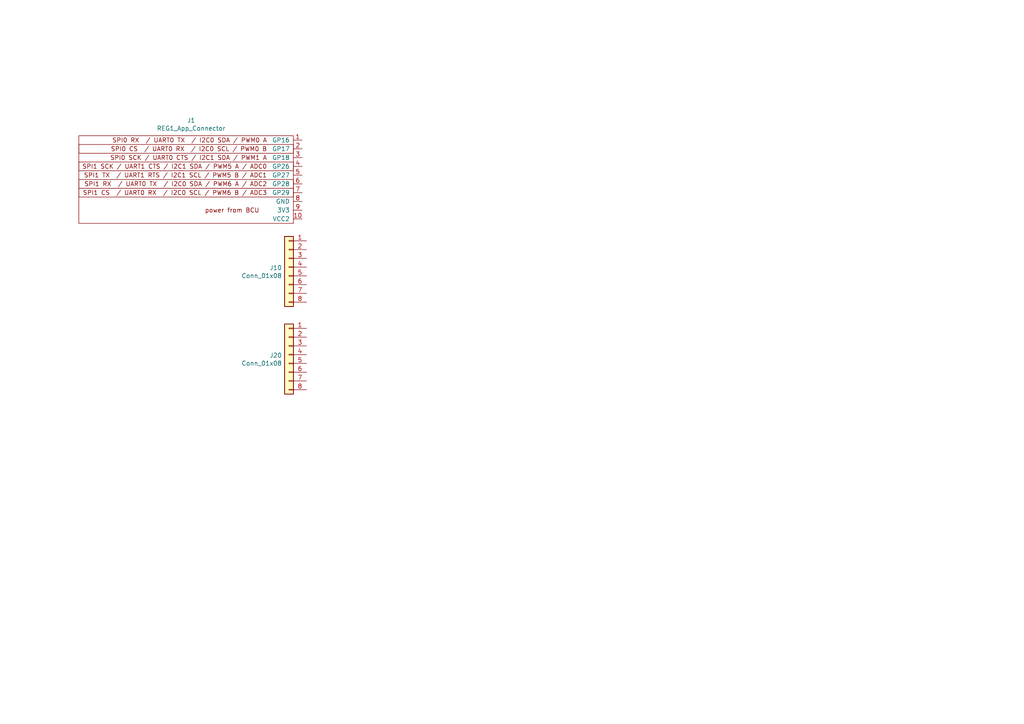
<source format=kicad_sch>
(kicad_sch (version 20230121) (generator eeschema)
  (paper "A4")
  (title_block (title "REG1-App-8xBE") (date "2023-10-18") (rev "V00.01") (company "OpenKNX") (comment 4 "https://OpenKNX.de"))
  (lib_symbols
    (symbol "Connector_Generic:Conn_01x08" (pin_names (offset 1.016) hide)
      (property "Reference" "J" (at 0 10.16 0))
      (property "Value" "Conn_01x08" (at 0 -12.7 0))
      (symbol "Conn_01x08_1_1"
        (rectangle (start -1.27 -10.033) (end 0 -10.287) (stroke (width 0.1524)))
        (rectangle (start -1.27 -7.493) (end 0 -7.747) (stroke (width 0.1524)))
        (rectangle (start -1.27 -4.953) (end 0 -5.207) (stroke (width 0.1524)))
        (rectangle (start -1.27 -2.413) (end 0 -2.667) (stroke (width 0.1524)))
        (rectangle (start -1.27 0.127) (end 0 -0.127) (stroke (width 0.1524)))
        (rectangle (start -1.27 2.667) (end 0 2.413) (stroke (width 0.1524)))
        (rectangle (start -1.27 5.207) (end 0 4.953) (stroke (width 0.1524)))
        (rectangle (start -1.27 7.747) (end 0 7.493) (stroke (width 0.1524)))
        (rectangle (start -1.27 8.89) (end 1.27 -11.43) (stroke (width 0.254)) (fill (type background)))
        (pin passive line (at -5.08 7.62 0) (length 3.81) (name "Pin_1") (number "1"))
        (pin passive line (at -5.08 5.08 0) (length 3.81) (name "Pin_2") (number "2"))
        (pin passive line (at -5.08 2.54 0) (length 3.81) (name "Pin_3") (number "3"))
        (pin passive line (at -5.08 0 0) (length 3.81) (name "Pin_4") (number "4"))
        (pin passive line (at -5.08 -2.54 0) (length 3.81) (name "Pin_5") (number "5"))
        (pin passive line (at -5.08 -5.08 0) (length 3.81) (name "Pin_6") (number "6"))
        (pin passive line (at -5.08 -7.62 0) (length 3.81) (name "Pin_7") (number "7"))
        (pin passive line (at -5.08 -10.16 0) (length 3.81) (name "Pin_8") (number "8"))
      )
    )
    (symbol "OpenKNX:REG1_App_Connector" (pin_names (offset 1.016))
      (property "Reference" "J" (at 10.16 13.97 0))
      (property "Value" "REG1_App_Connector" (at 1.27 -13.97 0))
      (symbol "REG1_App_Connector_0_0"
        (rectangle (start -49.53 -2.54) (end 12.7 0))
        (rectangle (start 12.7 -5.08) (end -49.53 -2.54))
        (rectangle (start 12.7 2.54) (end -49.53 5.08))
        (rectangle (start 12.7 10.16) (end -49.53 7.62))
        (rectangle (start 12.7 12.7) (end -49.53 -12.7))
        (text "power from BCU" (at -5.08 -8.89 0) (effects (font (size 1.27 1.27))))
        (text "SPI0 CS  / UART0 RX  / I2C0 SCL / PWM0 B" (at 5.08 8.89 0) (effects (font (size 1.27 1.27)) (justify right)))
        (text "SPI0 RX  / UART0 TX  / I2C0 SDA / PWM0 A" (at 5.08 11.43 0) (effects (font (size 1.27 1.27)) (justify right)))
        (text "SPI0 SCK / UART0 CTS / I2C1 SDA / PWM1 A" (at 5.08 6.35 0) (effects (font (size 1.27 1.27)) (justify right)))
        (text "SPI1 CS  / UART0 RX  / I2C0 SCL / PWM6 B / ADC3" (at 5.08 -3.81 0) (effects (font (size 1.27 1.27)) (justify right)))
        (text "SPI1 RX  / UART0 TX  / I2C0 SDA / PWM6 A / ADC2" (at 5.08 -1.27 0) (effects (font (size 1.27 1.27)) (justify right)))
        (text "SPI1 SCK / UART1 CTS / I2C1 SDA / PWM5 A / ADC0" (at 5.08 3.81 0) (effects (font (size 1.27 1.27)) (justify right)))
        (text "SPI1 TX  / UART1 RTS / I2C1 SCL / PWM5 B / ADC1" (at 5.08 1.27 0) (effects (font (size 1.27 1.27)) (justify right)))
      )
      (symbol "REG1_App_Connector_1_1"
        (pin bidirectional line (at 15.24 11.43 180) (length 2.54) (name "GP16") (number "1"))
        (pin power_out line (at 15.24 -11.43 180) (length 2.54) (name "VCC2") (number "10"))
        (pin bidirectional line (at 15.24 8.89 180) (length 2.54) (name "GP17") (number "2"))
        (pin bidirectional line (at 15.24 6.35 180) (length 2.54) (name "GP18") (number "3"))
        (pin bidirectional line (at 15.24 3.81 180) (length 2.54) (name "GP26") (number "4"))
        (pin bidirectional line (at 15.24 1.27 180) (length 2.54) (name "GP27") (number "5"))
        (pin bidirectional line (at 15.24 -1.27 180) (length 2.54) (name "GP28") (number "6"))
        (pin bidirectional line (at 15.24 -3.81 180) (length 2.54) (name "GP29") (number "7"))
        (pin power_out line (at 15.24 -6.35 180) (length 2.54) (name "GND") (number "8"))
        (pin power_out line (at 15.24 -8.89 180) (length 2.54) (name "3V3") (number "9"))
      )
    )
  )
  (symbol (lib_id "Connector_Generic:Conn_01x08") (at 83.82 77.47 0) (mirror y) (unit 1)
    (property "Reference" "J10" (at 81.788 77.6732 0) (effects (justify left)))
    (property "Value" "Conn_01x08" (at 81.788 79.9846 0) (effects (justify left)))
    (property "Footprint" "EasyEDALib:C2927509_CONN-TH_8P-P2.54_DIBO_DB2ERC-2.54-8P-GN" (effects hide))
  )
  (symbol (lib_id "Connector_Generic:Conn_01x08") (at 83.82 102.87 0) (mirror y) (unit 1)
    (property "Reference" "J20" (at 81.788 103.0732 0) (effects (justify left)))
    (property "Value" "Conn_01x08" (at 81.788 105.3846 0) (effects (justify left)))
    (property "Footprint" "EasyEDALib:C2927509_CONN-TH_8P-P2.54_DIBO_DB2ERC-2.54-8P-GN" (effects hide))
  )
  (symbol (lib_id "OpenKNX:REG1_App_Connector") (at 72.39 52.07 0) (unit 1)
    (property "Reference" "J1" (at 55.4482 34.925 0))
    (property "Value" "REG1_App_Connector" (at 55.4482 37.2364 0))
    (property "Footprint" "Connector_PinHeader_2.54mm:PinHeader_1x10_P2.54mm_Horizontal" (effects hide))
  )
)
</source>
